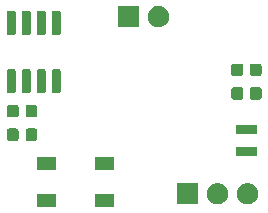
<source format=gbr>
G04 #@! TF.GenerationSoftware,KiCad,Pcbnew,5.1.5*
G04 #@! TF.CreationDate,2019-11-23T18:51:37+01:00*
G04 #@! TF.ProjectId,leg_sensor_board,6c65675f-7365-46e7-936f-725f626f6172,rev?*
G04 #@! TF.SameCoordinates,Original*
G04 #@! TF.FileFunction,Soldermask,Top*
G04 #@! TF.FilePolarity,Negative*
%FSLAX46Y46*%
G04 Gerber Fmt 4.6, Leading zero omitted, Abs format (unit mm)*
G04 Created by KiCad (PCBNEW 5.1.5) date 2019-11-23 18:51:37*
%MOMM*%
%LPD*%
G04 APERTURE LIST*
%ADD10C,0.100000*%
G04 APERTURE END LIST*
D10*
G36*
X108751000Y-115151000D02*
G01*
X107149000Y-115151000D01*
X107149000Y-114049000D01*
X108751000Y-114049000D01*
X108751000Y-115151000D01*
G37*
G36*
X103851000Y-115151000D02*
G01*
X102249000Y-115151000D01*
X102249000Y-114049000D01*
X103851000Y-114049000D01*
X103851000Y-115151000D01*
G37*
G36*
X115901000Y-114901000D02*
G01*
X114099000Y-114901000D01*
X114099000Y-113099000D01*
X115901000Y-113099000D01*
X115901000Y-114901000D01*
G37*
G36*
X120193512Y-113103927D02*
G01*
X120342812Y-113133624D01*
X120506784Y-113201544D01*
X120654354Y-113300147D01*
X120779853Y-113425646D01*
X120878456Y-113573216D01*
X120946376Y-113737188D01*
X120981000Y-113911259D01*
X120981000Y-114088741D01*
X120946376Y-114262812D01*
X120878456Y-114426784D01*
X120779853Y-114574354D01*
X120654354Y-114699853D01*
X120506784Y-114798456D01*
X120342812Y-114866376D01*
X120193512Y-114896073D01*
X120168742Y-114901000D01*
X119991258Y-114901000D01*
X119966488Y-114896073D01*
X119817188Y-114866376D01*
X119653216Y-114798456D01*
X119505646Y-114699853D01*
X119380147Y-114574354D01*
X119281544Y-114426784D01*
X119213624Y-114262812D01*
X119179000Y-114088741D01*
X119179000Y-113911259D01*
X119213624Y-113737188D01*
X119281544Y-113573216D01*
X119380147Y-113425646D01*
X119505646Y-113300147D01*
X119653216Y-113201544D01*
X119817188Y-113133624D01*
X119966488Y-113103927D01*
X119991258Y-113099000D01*
X120168742Y-113099000D01*
X120193512Y-113103927D01*
G37*
G36*
X117653512Y-113103927D02*
G01*
X117802812Y-113133624D01*
X117966784Y-113201544D01*
X118114354Y-113300147D01*
X118239853Y-113425646D01*
X118338456Y-113573216D01*
X118406376Y-113737188D01*
X118441000Y-113911259D01*
X118441000Y-114088741D01*
X118406376Y-114262812D01*
X118338456Y-114426784D01*
X118239853Y-114574354D01*
X118114354Y-114699853D01*
X117966784Y-114798456D01*
X117802812Y-114866376D01*
X117653512Y-114896073D01*
X117628742Y-114901000D01*
X117451258Y-114901000D01*
X117426488Y-114896073D01*
X117277188Y-114866376D01*
X117113216Y-114798456D01*
X116965646Y-114699853D01*
X116840147Y-114574354D01*
X116741544Y-114426784D01*
X116673624Y-114262812D01*
X116639000Y-114088741D01*
X116639000Y-113911259D01*
X116673624Y-113737188D01*
X116741544Y-113573216D01*
X116840147Y-113425646D01*
X116965646Y-113300147D01*
X117113216Y-113201544D01*
X117277188Y-113133624D01*
X117426488Y-113103927D01*
X117451258Y-113099000D01*
X117628742Y-113099000D01*
X117653512Y-113103927D01*
G37*
G36*
X108751000Y-111951000D02*
G01*
X107149000Y-111951000D01*
X107149000Y-110849000D01*
X108751000Y-110849000D01*
X108751000Y-111951000D01*
G37*
G36*
X103851000Y-111951000D02*
G01*
X102249000Y-111951000D01*
X102249000Y-110849000D01*
X103851000Y-110849000D01*
X103851000Y-111951000D01*
G37*
G36*
X120901000Y-110826000D02*
G01*
X119099000Y-110826000D01*
X119099000Y-110074000D01*
X120901000Y-110074000D01*
X120901000Y-110826000D01*
G37*
G36*
X102129591Y-108478085D02*
G01*
X102163569Y-108488393D01*
X102194890Y-108505134D01*
X102222339Y-108527661D01*
X102244866Y-108555110D01*
X102261607Y-108586431D01*
X102271915Y-108620409D01*
X102276000Y-108661890D01*
X102276000Y-109338110D01*
X102271915Y-109379591D01*
X102261607Y-109413569D01*
X102244866Y-109444890D01*
X102222339Y-109472339D01*
X102194890Y-109494866D01*
X102163569Y-109511607D01*
X102129591Y-109521915D01*
X102088110Y-109526000D01*
X101486890Y-109526000D01*
X101445409Y-109521915D01*
X101411431Y-109511607D01*
X101380110Y-109494866D01*
X101352661Y-109472339D01*
X101330134Y-109444890D01*
X101313393Y-109413569D01*
X101303085Y-109379591D01*
X101299000Y-109338110D01*
X101299000Y-108661890D01*
X101303085Y-108620409D01*
X101313393Y-108586431D01*
X101330134Y-108555110D01*
X101352661Y-108527661D01*
X101380110Y-108505134D01*
X101411431Y-108488393D01*
X101445409Y-108478085D01*
X101486890Y-108474000D01*
X102088110Y-108474000D01*
X102129591Y-108478085D01*
G37*
G36*
X100554591Y-108478085D02*
G01*
X100588569Y-108488393D01*
X100619890Y-108505134D01*
X100647339Y-108527661D01*
X100669866Y-108555110D01*
X100686607Y-108586431D01*
X100696915Y-108620409D01*
X100701000Y-108661890D01*
X100701000Y-109338110D01*
X100696915Y-109379591D01*
X100686607Y-109413569D01*
X100669866Y-109444890D01*
X100647339Y-109472339D01*
X100619890Y-109494866D01*
X100588569Y-109511607D01*
X100554591Y-109521915D01*
X100513110Y-109526000D01*
X99911890Y-109526000D01*
X99870409Y-109521915D01*
X99836431Y-109511607D01*
X99805110Y-109494866D01*
X99777661Y-109472339D01*
X99755134Y-109444890D01*
X99738393Y-109413569D01*
X99728085Y-109379591D01*
X99724000Y-109338110D01*
X99724000Y-108661890D01*
X99728085Y-108620409D01*
X99738393Y-108586431D01*
X99755134Y-108555110D01*
X99777661Y-108527661D01*
X99805110Y-108505134D01*
X99836431Y-108488393D01*
X99870409Y-108478085D01*
X99911890Y-108474000D01*
X100513110Y-108474000D01*
X100554591Y-108478085D01*
G37*
G36*
X120901000Y-108926000D02*
G01*
X119099000Y-108926000D01*
X119099000Y-108174000D01*
X120901000Y-108174000D01*
X120901000Y-108926000D01*
G37*
G36*
X102129591Y-106478085D02*
G01*
X102163569Y-106488393D01*
X102194890Y-106505134D01*
X102222339Y-106527661D01*
X102244866Y-106555110D01*
X102261607Y-106586431D01*
X102271915Y-106620409D01*
X102276000Y-106661890D01*
X102276000Y-107338110D01*
X102271915Y-107379591D01*
X102261607Y-107413569D01*
X102244866Y-107444890D01*
X102222339Y-107472339D01*
X102194890Y-107494866D01*
X102163569Y-107511607D01*
X102129591Y-107521915D01*
X102088110Y-107526000D01*
X101486890Y-107526000D01*
X101445409Y-107521915D01*
X101411431Y-107511607D01*
X101380110Y-107494866D01*
X101352661Y-107472339D01*
X101330134Y-107444890D01*
X101313393Y-107413569D01*
X101303085Y-107379591D01*
X101299000Y-107338110D01*
X101299000Y-106661890D01*
X101303085Y-106620409D01*
X101313393Y-106586431D01*
X101330134Y-106555110D01*
X101352661Y-106527661D01*
X101380110Y-106505134D01*
X101411431Y-106488393D01*
X101445409Y-106478085D01*
X101486890Y-106474000D01*
X102088110Y-106474000D01*
X102129591Y-106478085D01*
G37*
G36*
X100554591Y-106478085D02*
G01*
X100588569Y-106488393D01*
X100619890Y-106505134D01*
X100647339Y-106527661D01*
X100669866Y-106555110D01*
X100686607Y-106586431D01*
X100696915Y-106620409D01*
X100701000Y-106661890D01*
X100701000Y-107338110D01*
X100696915Y-107379591D01*
X100686607Y-107413569D01*
X100669866Y-107444890D01*
X100647339Y-107472339D01*
X100619890Y-107494866D01*
X100588569Y-107511607D01*
X100554591Y-107521915D01*
X100513110Y-107526000D01*
X99911890Y-107526000D01*
X99870409Y-107521915D01*
X99836431Y-107511607D01*
X99805110Y-107494866D01*
X99777661Y-107472339D01*
X99755134Y-107444890D01*
X99738393Y-107413569D01*
X99728085Y-107379591D01*
X99724000Y-107338110D01*
X99724000Y-106661890D01*
X99728085Y-106620409D01*
X99738393Y-106586431D01*
X99755134Y-106555110D01*
X99777661Y-106527661D01*
X99805110Y-106505134D01*
X99836431Y-106488393D01*
X99870409Y-106478085D01*
X99911890Y-106474000D01*
X100513110Y-106474000D01*
X100554591Y-106478085D01*
G37*
G36*
X121129591Y-104978085D02*
G01*
X121163569Y-104988393D01*
X121194890Y-105005134D01*
X121222339Y-105027661D01*
X121244866Y-105055110D01*
X121261607Y-105086431D01*
X121271915Y-105120409D01*
X121276000Y-105161890D01*
X121276000Y-105838110D01*
X121271915Y-105879591D01*
X121261607Y-105913569D01*
X121244866Y-105944890D01*
X121222339Y-105972339D01*
X121194890Y-105994866D01*
X121163569Y-106011607D01*
X121129591Y-106021915D01*
X121088110Y-106026000D01*
X120486890Y-106026000D01*
X120445409Y-106021915D01*
X120411431Y-106011607D01*
X120380110Y-105994866D01*
X120352661Y-105972339D01*
X120330134Y-105944890D01*
X120313393Y-105913569D01*
X120303085Y-105879591D01*
X120299000Y-105838110D01*
X120299000Y-105161890D01*
X120303085Y-105120409D01*
X120313393Y-105086431D01*
X120330134Y-105055110D01*
X120352661Y-105027661D01*
X120380110Y-105005134D01*
X120411431Y-104988393D01*
X120445409Y-104978085D01*
X120486890Y-104974000D01*
X121088110Y-104974000D01*
X121129591Y-104978085D01*
G37*
G36*
X119554591Y-104978085D02*
G01*
X119588569Y-104988393D01*
X119619890Y-105005134D01*
X119647339Y-105027661D01*
X119669866Y-105055110D01*
X119686607Y-105086431D01*
X119696915Y-105120409D01*
X119701000Y-105161890D01*
X119701000Y-105838110D01*
X119696915Y-105879591D01*
X119686607Y-105913569D01*
X119669866Y-105944890D01*
X119647339Y-105972339D01*
X119619890Y-105994866D01*
X119588569Y-106011607D01*
X119554591Y-106021915D01*
X119513110Y-106026000D01*
X118911890Y-106026000D01*
X118870409Y-106021915D01*
X118836431Y-106011607D01*
X118805110Y-105994866D01*
X118777661Y-105972339D01*
X118755134Y-105944890D01*
X118738393Y-105913569D01*
X118728085Y-105879591D01*
X118724000Y-105838110D01*
X118724000Y-105161890D01*
X118728085Y-105120409D01*
X118738393Y-105086431D01*
X118755134Y-105055110D01*
X118777661Y-105027661D01*
X118805110Y-105005134D01*
X118836431Y-104988393D01*
X118870409Y-104978085D01*
X118911890Y-104974000D01*
X119513110Y-104974000D01*
X119554591Y-104978085D01*
G37*
G36*
X101624928Y-103451764D02*
G01*
X101646009Y-103458160D01*
X101665445Y-103468548D01*
X101682476Y-103482524D01*
X101696452Y-103499555D01*
X101706840Y-103518991D01*
X101713236Y-103540072D01*
X101716000Y-103568140D01*
X101716000Y-105381860D01*
X101713236Y-105409928D01*
X101706840Y-105431009D01*
X101696452Y-105450445D01*
X101682476Y-105467476D01*
X101665445Y-105481452D01*
X101646009Y-105491840D01*
X101624928Y-105498236D01*
X101596860Y-105501000D01*
X101133140Y-105501000D01*
X101105072Y-105498236D01*
X101083991Y-105491840D01*
X101064555Y-105481452D01*
X101047524Y-105467476D01*
X101033548Y-105450445D01*
X101023160Y-105431009D01*
X101016764Y-105409928D01*
X101014000Y-105381860D01*
X101014000Y-103568140D01*
X101016764Y-103540072D01*
X101023160Y-103518991D01*
X101033548Y-103499555D01*
X101047524Y-103482524D01*
X101064555Y-103468548D01*
X101083991Y-103458160D01*
X101105072Y-103451764D01*
X101133140Y-103449000D01*
X101596860Y-103449000D01*
X101624928Y-103451764D01*
G37*
G36*
X104164928Y-103451764D02*
G01*
X104186009Y-103458160D01*
X104205445Y-103468548D01*
X104222476Y-103482524D01*
X104236452Y-103499555D01*
X104246840Y-103518991D01*
X104253236Y-103540072D01*
X104256000Y-103568140D01*
X104256000Y-105381860D01*
X104253236Y-105409928D01*
X104246840Y-105431009D01*
X104236452Y-105450445D01*
X104222476Y-105467476D01*
X104205445Y-105481452D01*
X104186009Y-105491840D01*
X104164928Y-105498236D01*
X104136860Y-105501000D01*
X103673140Y-105501000D01*
X103645072Y-105498236D01*
X103623991Y-105491840D01*
X103604555Y-105481452D01*
X103587524Y-105467476D01*
X103573548Y-105450445D01*
X103563160Y-105431009D01*
X103556764Y-105409928D01*
X103554000Y-105381860D01*
X103554000Y-103568140D01*
X103556764Y-103540072D01*
X103563160Y-103518991D01*
X103573548Y-103499555D01*
X103587524Y-103482524D01*
X103604555Y-103468548D01*
X103623991Y-103458160D01*
X103645072Y-103451764D01*
X103673140Y-103449000D01*
X104136860Y-103449000D01*
X104164928Y-103451764D01*
G37*
G36*
X102894928Y-103451764D02*
G01*
X102916009Y-103458160D01*
X102935445Y-103468548D01*
X102952476Y-103482524D01*
X102966452Y-103499555D01*
X102976840Y-103518991D01*
X102983236Y-103540072D01*
X102986000Y-103568140D01*
X102986000Y-105381860D01*
X102983236Y-105409928D01*
X102976840Y-105431009D01*
X102966452Y-105450445D01*
X102952476Y-105467476D01*
X102935445Y-105481452D01*
X102916009Y-105491840D01*
X102894928Y-105498236D01*
X102866860Y-105501000D01*
X102403140Y-105501000D01*
X102375072Y-105498236D01*
X102353991Y-105491840D01*
X102334555Y-105481452D01*
X102317524Y-105467476D01*
X102303548Y-105450445D01*
X102293160Y-105431009D01*
X102286764Y-105409928D01*
X102284000Y-105381860D01*
X102284000Y-103568140D01*
X102286764Y-103540072D01*
X102293160Y-103518991D01*
X102303548Y-103499555D01*
X102317524Y-103482524D01*
X102334555Y-103468548D01*
X102353991Y-103458160D01*
X102375072Y-103451764D01*
X102403140Y-103449000D01*
X102866860Y-103449000D01*
X102894928Y-103451764D01*
G37*
G36*
X100354928Y-103451764D02*
G01*
X100376009Y-103458160D01*
X100395445Y-103468548D01*
X100412476Y-103482524D01*
X100426452Y-103499555D01*
X100436840Y-103518991D01*
X100443236Y-103540072D01*
X100446000Y-103568140D01*
X100446000Y-105381860D01*
X100443236Y-105409928D01*
X100436840Y-105431009D01*
X100426452Y-105450445D01*
X100412476Y-105467476D01*
X100395445Y-105481452D01*
X100376009Y-105491840D01*
X100354928Y-105498236D01*
X100326860Y-105501000D01*
X99863140Y-105501000D01*
X99835072Y-105498236D01*
X99813991Y-105491840D01*
X99794555Y-105481452D01*
X99777524Y-105467476D01*
X99763548Y-105450445D01*
X99753160Y-105431009D01*
X99746764Y-105409928D01*
X99744000Y-105381860D01*
X99744000Y-103568140D01*
X99746764Y-103540072D01*
X99753160Y-103518991D01*
X99763548Y-103499555D01*
X99777524Y-103482524D01*
X99794555Y-103468548D01*
X99813991Y-103458160D01*
X99835072Y-103451764D01*
X99863140Y-103449000D01*
X100326860Y-103449000D01*
X100354928Y-103451764D01*
G37*
G36*
X121129591Y-102978085D02*
G01*
X121163569Y-102988393D01*
X121194890Y-103005134D01*
X121222339Y-103027661D01*
X121244866Y-103055110D01*
X121261607Y-103086431D01*
X121271915Y-103120409D01*
X121276000Y-103161890D01*
X121276000Y-103838110D01*
X121271915Y-103879591D01*
X121261607Y-103913569D01*
X121244866Y-103944890D01*
X121222339Y-103972339D01*
X121194890Y-103994866D01*
X121163569Y-104011607D01*
X121129591Y-104021915D01*
X121088110Y-104026000D01*
X120486890Y-104026000D01*
X120445409Y-104021915D01*
X120411431Y-104011607D01*
X120380110Y-103994866D01*
X120352661Y-103972339D01*
X120330134Y-103944890D01*
X120313393Y-103913569D01*
X120303085Y-103879591D01*
X120299000Y-103838110D01*
X120299000Y-103161890D01*
X120303085Y-103120409D01*
X120313393Y-103086431D01*
X120330134Y-103055110D01*
X120352661Y-103027661D01*
X120380110Y-103005134D01*
X120411431Y-102988393D01*
X120445409Y-102978085D01*
X120486890Y-102974000D01*
X121088110Y-102974000D01*
X121129591Y-102978085D01*
G37*
G36*
X119554591Y-102978085D02*
G01*
X119588569Y-102988393D01*
X119619890Y-103005134D01*
X119647339Y-103027661D01*
X119669866Y-103055110D01*
X119686607Y-103086431D01*
X119696915Y-103120409D01*
X119701000Y-103161890D01*
X119701000Y-103838110D01*
X119696915Y-103879591D01*
X119686607Y-103913569D01*
X119669866Y-103944890D01*
X119647339Y-103972339D01*
X119619890Y-103994866D01*
X119588569Y-104011607D01*
X119554591Y-104021915D01*
X119513110Y-104026000D01*
X118911890Y-104026000D01*
X118870409Y-104021915D01*
X118836431Y-104011607D01*
X118805110Y-103994866D01*
X118777661Y-103972339D01*
X118755134Y-103944890D01*
X118738393Y-103913569D01*
X118728085Y-103879591D01*
X118724000Y-103838110D01*
X118724000Y-103161890D01*
X118728085Y-103120409D01*
X118738393Y-103086431D01*
X118755134Y-103055110D01*
X118777661Y-103027661D01*
X118805110Y-103005134D01*
X118836431Y-102988393D01*
X118870409Y-102978085D01*
X118911890Y-102974000D01*
X119513110Y-102974000D01*
X119554591Y-102978085D01*
G37*
G36*
X104164928Y-98501764D02*
G01*
X104186009Y-98508160D01*
X104205445Y-98518548D01*
X104222476Y-98532524D01*
X104236452Y-98549555D01*
X104246840Y-98568991D01*
X104253236Y-98590072D01*
X104256000Y-98618140D01*
X104256000Y-100431860D01*
X104253236Y-100459928D01*
X104246840Y-100481009D01*
X104236452Y-100500445D01*
X104222476Y-100517476D01*
X104205445Y-100531452D01*
X104186009Y-100541840D01*
X104164928Y-100548236D01*
X104136860Y-100551000D01*
X103673140Y-100551000D01*
X103645072Y-100548236D01*
X103623991Y-100541840D01*
X103604555Y-100531452D01*
X103587524Y-100517476D01*
X103573548Y-100500445D01*
X103563160Y-100481009D01*
X103556764Y-100459928D01*
X103554000Y-100431860D01*
X103554000Y-98618140D01*
X103556764Y-98590072D01*
X103563160Y-98568991D01*
X103573548Y-98549555D01*
X103587524Y-98532524D01*
X103604555Y-98518548D01*
X103623991Y-98508160D01*
X103645072Y-98501764D01*
X103673140Y-98499000D01*
X104136860Y-98499000D01*
X104164928Y-98501764D01*
G37*
G36*
X102894928Y-98501764D02*
G01*
X102916009Y-98508160D01*
X102935445Y-98518548D01*
X102952476Y-98532524D01*
X102966452Y-98549555D01*
X102976840Y-98568991D01*
X102983236Y-98590072D01*
X102986000Y-98618140D01*
X102986000Y-100431860D01*
X102983236Y-100459928D01*
X102976840Y-100481009D01*
X102966452Y-100500445D01*
X102952476Y-100517476D01*
X102935445Y-100531452D01*
X102916009Y-100541840D01*
X102894928Y-100548236D01*
X102866860Y-100551000D01*
X102403140Y-100551000D01*
X102375072Y-100548236D01*
X102353991Y-100541840D01*
X102334555Y-100531452D01*
X102317524Y-100517476D01*
X102303548Y-100500445D01*
X102293160Y-100481009D01*
X102286764Y-100459928D01*
X102284000Y-100431860D01*
X102284000Y-98618140D01*
X102286764Y-98590072D01*
X102293160Y-98568991D01*
X102303548Y-98549555D01*
X102317524Y-98532524D01*
X102334555Y-98518548D01*
X102353991Y-98508160D01*
X102375072Y-98501764D01*
X102403140Y-98499000D01*
X102866860Y-98499000D01*
X102894928Y-98501764D01*
G37*
G36*
X101624928Y-98501764D02*
G01*
X101646009Y-98508160D01*
X101665445Y-98518548D01*
X101682476Y-98532524D01*
X101696452Y-98549555D01*
X101706840Y-98568991D01*
X101713236Y-98590072D01*
X101716000Y-98618140D01*
X101716000Y-100431860D01*
X101713236Y-100459928D01*
X101706840Y-100481009D01*
X101696452Y-100500445D01*
X101682476Y-100517476D01*
X101665445Y-100531452D01*
X101646009Y-100541840D01*
X101624928Y-100548236D01*
X101596860Y-100551000D01*
X101133140Y-100551000D01*
X101105072Y-100548236D01*
X101083991Y-100541840D01*
X101064555Y-100531452D01*
X101047524Y-100517476D01*
X101033548Y-100500445D01*
X101023160Y-100481009D01*
X101016764Y-100459928D01*
X101014000Y-100431860D01*
X101014000Y-98618140D01*
X101016764Y-98590072D01*
X101023160Y-98568991D01*
X101033548Y-98549555D01*
X101047524Y-98532524D01*
X101064555Y-98518548D01*
X101083991Y-98508160D01*
X101105072Y-98501764D01*
X101133140Y-98499000D01*
X101596860Y-98499000D01*
X101624928Y-98501764D01*
G37*
G36*
X100354928Y-98501764D02*
G01*
X100376009Y-98508160D01*
X100395445Y-98518548D01*
X100412476Y-98532524D01*
X100426452Y-98549555D01*
X100436840Y-98568991D01*
X100443236Y-98590072D01*
X100446000Y-98618140D01*
X100446000Y-100431860D01*
X100443236Y-100459928D01*
X100436840Y-100481009D01*
X100426452Y-100500445D01*
X100412476Y-100517476D01*
X100395445Y-100531452D01*
X100376009Y-100541840D01*
X100354928Y-100548236D01*
X100326860Y-100551000D01*
X99863140Y-100551000D01*
X99835072Y-100548236D01*
X99813991Y-100541840D01*
X99794555Y-100531452D01*
X99777524Y-100517476D01*
X99763548Y-100500445D01*
X99753160Y-100481009D01*
X99746764Y-100459928D01*
X99744000Y-100431860D01*
X99744000Y-98618140D01*
X99746764Y-98590072D01*
X99753160Y-98568991D01*
X99763548Y-98549555D01*
X99777524Y-98532524D01*
X99794555Y-98518548D01*
X99813991Y-98508160D01*
X99835072Y-98501764D01*
X99863140Y-98499000D01*
X100326860Y-98499000D01*
X100354928Y-98501764D01*
G37*
G36*
X110901000Y-99901000D02*
G01*
X109099000Y-99901000D01*
X109099000Y-98099000D01*
X110901000Y-98099000D01*
X110901000Y-99901000D01*
G37*
G36*
X112653512Y-98103927D02*
G01*
X112802812Y-98133624D01*
X112966784Y-98201544D01*
X113114354Y-98300147D01*
X113239853Y-98425646D01*
X113338456Y-98573216D01*
X113406376Y-98737188D01*
X113441000Y-98911259D01*
X113441000Y-99088741D01*
X113406376Y-99262812D01*
X113338456Y-99426784D01*
X113239853Y-99574354D01*
X113114354Y-99699853D01*
X112966784Y-99798456D01*
X112802812Y-99866376D01*
X112653512Y-99896073D01*
X112628742Y-99901000D01*
X112451258Y-99901000D01*
X112426488Y-99896073D01*
X112277188Y-99866376D01*
X112113216Y-99798456D01*
X111965646Y-99699853D01*
X111840147Y-99574354D01*
X111741544Y-99426784D01*
X111673624Y-99262812D01*
X111639000Y-99088741D01*
X111639000Y-98911259D01*
X111673624Y-98737188D01*
X111741544Y-98573216D01*
X111840147Y-98425646D01*
X111965646Y-98300147D01*
X112113216Y-98201544D01*
X112277188Y-98133624D01*
X112426488Y-98103927D01*
X112451258Y-98099000D01*
X112628742Y-98099000D01*
X112653512Y-98103927D01*
G37*
M02*

</source>
